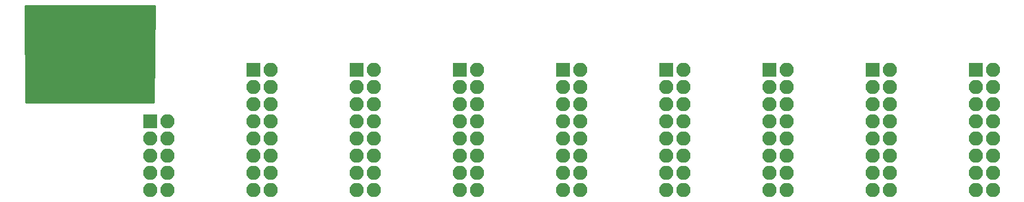
<source format=gbr>
G04 #@! TF.GenerationSoftware,KiCad,Pcbnew,(5.0.0-3-g5ebb6b6)*
G04 #@! TF.CreationDate,2018-12-12T10:22:58+00:00*
G04 #@! TF.ProjectId,PSUExtensionBoard,505355457874656E73696F6E426F6172,rev?*
G04 #@! TF.SameCoordinates,Original*
G04 #@! TF.FileFunction,Soldermask,Bot*
G04 #@! TF.FilePolarity,Negative*
%FSLAX46Y46*%
G04 Gerber Fmt 4.6, Leading zero omitted, Abs format (unit mm)*
G04 Created by KiCad (PCBNEW (5.0.0-3-g5ebb6b6)) date Wednesday, 12 December 2018 at 10:22:58*
%MOMM*%
%LPD*%
G01*
G04 APERTURE LIST*
%ADD10R,2.100000X2.100000*%
%ADD11O,2.100000X2.100000*%
%ADD12C,0.254000*%
G04 APERTURE END LIST*
D10*
G04 #@! TO.C,J_IN1*
X68580000Y-100330000D03*
D11*
X71120000Y-100330000D03*
X68580000Y-102870000D03*
X71120000Y-102870000D03*
X68580000Y-105410000D03*
X71120000Y-105410000D03*
X68580000Y-107950000D03*
X71120000Y-107950000D03*
X68580000Y-110490000D03*
X71120000Y-110490000D03*
G04 #@! TD*
D10*
G04 #@! TO.C,J_OUT1*
X83820000Y-92710000D03*
D11*
X86360000Y-92710000D03*
X83820000Y-95250000D03*
X86360000Y-95250000D03*
X83820000Y-97790000D03*
X86360000Y-97790000D03*
X83820000Y-100330000D03*
X86360000Y-100330000D03*
X83820000Y-102870000D03*
X86360000Y-102870000D03*
X83820000Y-105410000D03*
X86360000Y-105410000D03*
X83820000Y-107950000D03*
X86360000Y-107950000D03*
X83820000Y-110490000D03*
X86360000Y-110490000D03*
G04 #@! TD*
G04 #@! TO.C,J_OUT2*
X101600000Y-110490000D03*
X99060000Y-110490000D03*
X101600000Y-107950000D03*
X99060000Y-107950000D03*
X101600000Y-105410000D03*
X99060000Y-105410000D03*
X101600000Y-102870000D03*
X99060000Y-102870000D03*
X101600000Y-100330000D03*
X99060000Y-100330000D03*
X101600000Y-97790000D03*
X99060000Y-97790000D03*
X101600000Y-95250000D03*
X99060000Y-95250000D03*
X101600000Y-92710000D03*
D10*
X99060000Y-92710000D03*
G04 #@! TD*
G04 #@! TO.C,J_OUT3*
X114300000Y-92710000D03*
D11*
X116840000Y-92710000D03*
X114300000Y-95250000D03*
X116840000Y-95250000D03*
X114300000Y-97790000D03*
X116840000Y-97790000D03*
X114300000Y-100330000D03*
X116840000Y-100330000D03*
X114300000Y-102870000D03*
X116840000Y-102870000D03*
X114300000Y-105410000D03*
X116840000Y-105410000D03*
X114300000Y-107950000D03*
X116840000Y-107950000D03*
X114300000Y-110490000D03*
X116840000Y-110490000D03*
G04 #@! TD*
G04 #@! TO.C,J_OUT4*
X132080000Y-110490000D03*
X129540000Y-110490000D03*
X132080000Y-107950000D03*
X129540000Y-107950000D03*
X132080000Y-105410000D03*
X129540000Y-105410000D03*
X132080000Y-102870000D03*
X129540000Y-102870000D03*
X132080000Y-100330000D03*
X129540000Y-100330000D03*
X132080000Y-97790000D03*
X129540000Y-97790000D03*
X132080000Y-95250000D03*
X129540000Y-95250000D03*
X132080000Y-92710000D03*
D10*
X129540000Y-92710000D03*
G04 #@! TD*
G04 #@! TO.C,J_OUT5*
X144780000Y-92710000D03*
D11*
X147320000Y-92710000D03*
X144780000Y-95250000D03*
X147320000Y-95250000D03*
X144780000Y-97790000D03*
X147320000Y-97790000D03*
X144780000Y-100330000D03*
X147320000Y-100330000D03*
X144780000Y-102870000D03*
X147320000Y-102870000D03*
X144780000Y-105410000D03*
X147320000Y-105410000D03*
X144780000Y-107950000D03*
X147320000Y-107950000D03*
X144780000Y-110490000D03*
X147320000Y-110490000D03*
G04 #@! TD*
G04 #@! TO.C,J_OUT6*
X162560000Y-110490000D03*
X160020000Y-110490000D03*
X162560000Y-107950000D03*
X160020000Y-107950000D03*
X162560000Y-105410000D03*
X160020000Y-105410000D03*
X162560000Y-102870000D03*
X160020000Y-102870000D03*
X162560000Y-100330000D03*
X160020000Y-100330000D03*
X162560000Y-97790000D03*
X160020000Y-97790000D03*
X162560000Y-95250000D03*
X160020000Y-95250000D03*
X162560000Y-92710000D03*
D10*
X160020000Y-92710000D03*
G04 #@! TD*
G04 #@! TO.C,J_OUT7*
X175260000Y-92710000D03*
D11*
X177800000Y-92710000D03*
X175260000Y-95250000D03*
X177800000Y-95250000D03*
X175260000Y-97790000D03*
X177800000Y-97790000D03*
X175260000Y-100330000D03*
X177800000Y-100330000D03*
X175260000Y-102870000D03*
X177800000Y-102870000D03*
X175260000Y-105410000D03*
X177800000Y-105410000D03*
X175260000Y-107950000D03*
X177800000Y-107950000D03*
X175260000Y-110490000D03*
X177800000Y-110490000D03*
G04 #@! TD*
G04 #@! TO.C,J_OUT8*
X193040000Y-110490000D03*
X190500000Y-110490000D03*
X193040000Y-107950000D03*
X190500000Y-107950000D03*
X193040000Y-105410000D03*
X190500000Y-105410000D03*
X193040000Y-102870000D03*
X190500000Y-102870000D03*
X193040000Y-100330000D03*
X190500000Y-100330000D03*
X193040000Y-97790000D03*
X190500000Y-97790000D03*
X193040000Y-95250000D03*
X190500000Y-95250000D03*
X193040000Y-92710000D03*
D10*
X190500000Y-92710000D03*
G04 #@! TD*
D12*
G36*
X69152600Y-97536000D02*
X50227949Y-97536000D01*
X50165554Y-83185000D01*
X69277391Y-83185000D01*
X69152600Y-97536000D01*
X69152600Y-97536000D01*
G37*
X69152600Y-97536000D02*
X50227949Y-97536000D01*
X50165554Y-83185000D01*
X69277391Y-83185000D01*
X69152600Y-97536000D01*
M02*

</source>
